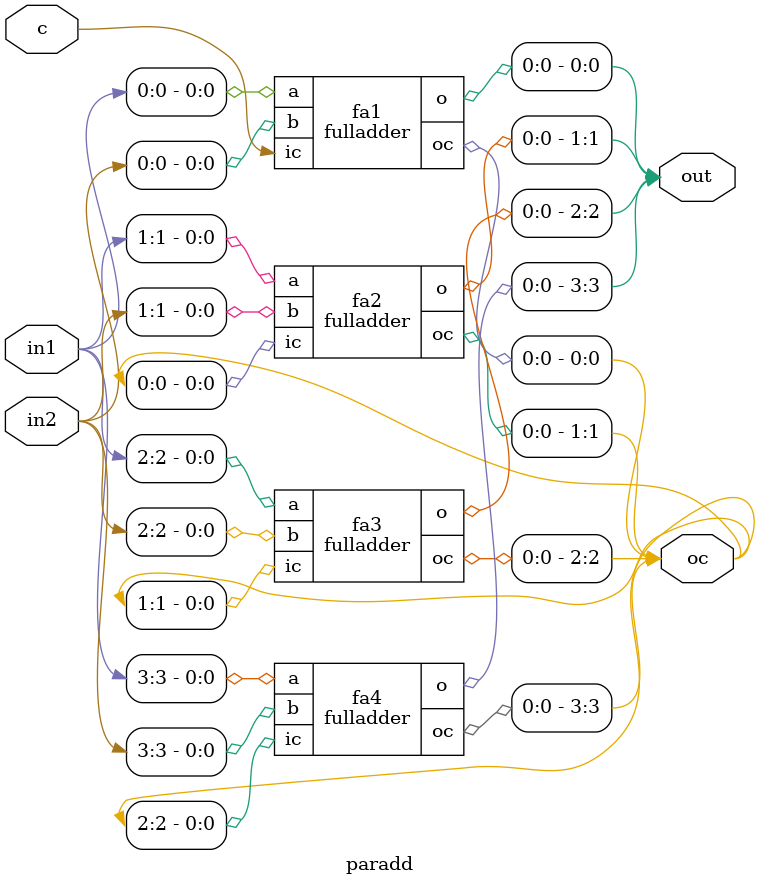
<source format=v>
module fulladder(a,b,ic,o,oc);
input a,b,ic;
output o,oc;
assign o = (~ic & ((a & ~b) | (~a & b)) ) | (ic & ~((a & ~b) | (~a & b)) );
assign oc = (a & b) | (b & ic) | (ic & a);
endmodule

module paradd(in1,in2,c,out,oc);
input [3:0]in1;
input [3:0]in2;
input c;
output [3:0]out;
output [3:0]oc;
fulladder fa1(in1[0],in2[0],c,out[0],oc[0]);
fulladder fa2(in1[1],in2[1],oc[0],out[1],oc[1]);
fulladder fa3(in1[2],in2[2],oc[1],out[2],oc[2]);
fulladder fa4(in1[3],in2[3],oc[2],out[3],oc[3]);
endmodule

</source>
